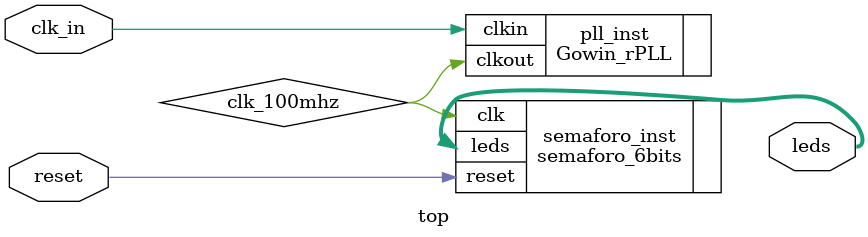
<source format=v>
module top (
    input wire clk_in,      // Reloj físico de 27 MHz
    input wire reset,
    output wire [5:0] leds
);

wire clk_100mhz;

// Instancia del PLL
Gowin_rPLL pll_inst (
    .clkin(clk_in),
    .clkout(clk_100mhz)
);

// Instancia del semáforo
semaforo_6bits semaforo_inst (
    .clk(clk_100mhz),
    .reset(reset),
    .leds(leds)
);

endmodule

</source>
